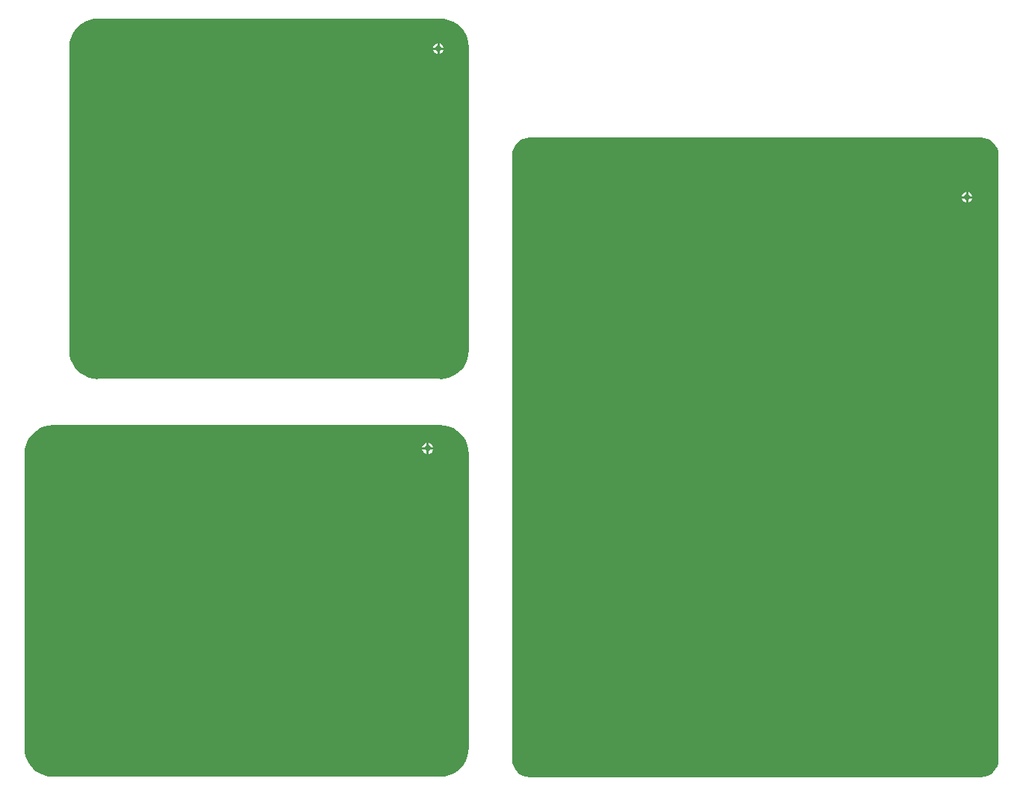
<source format=gbl>
G04*
G04 #@! TF.GenerationSoftware,Altium Limited,Altium Designer,22.11.1 (43)*
G04*
G04 Layer_Physical_Order=2*
G04 Layer_Color=16711680*
%FSLAX44Y44*%
%MOMM*%
G71*
G04*
G04 #@! TF.SameCoordinates,63F1A2F7-16B8-44B3-AA34-CB54DD539490*
G04*
G04*
G04 #@! TF.FilePolarity,Positive*
G04*
G01*
G75*
%ADD42C,0.7000*%
G36*
X506760Y889380D02*
X511744Y888183D01*
X516479Y886221D01*
X520849Y883543D01*
X524747Y880215D01*
X528075Y876317D01*
X530754Y871947D01*
X532715Y867212D01*
X533912Y862228D01*
X534300Y857293D01*
X534277Y857118D01*
Y513710D01*
X534300Y513535D01*
X533912Y508600D01*
X532715Y503616D01*
X530754Y498881D01*
X528075Y494511D01*
X524747Y490613D01*
X520849Y487285D01*
X516479Y484606D01*
X511744Y482645D01*
X506760Y481448D01*
X501825Y481060D01*
X501650Y481083D01*
X113660D01*
X113485Y481060D01*
X108550Y481448D01*
X103566Y482645D01*
X98831Y484606D01*
X94461Y487285D01*
X90563Y490613D01*
X87234Y494511D01*
X84556Y498881D01*
X82595Y503616D01*
X81398Y508600D01*
X81053Y512990D01*
X81165Y513842D01*
X81165Y513842D01*
Y857118D01*
X81142Y857293D01*
X81530Y862228D01*
X82727Y867212D01*
X84689Y871947D01*
X87367Y876317D01*
X90695Y880215D01*
X94593Y883543D01*
X98963Y886221D01*
X103698Y888183D01*
X108682Y889380D01*
X113535Y889761D01*
X113660Y889745D01*
X501650D01*
X501825Y889768D01*
X506760Y889380D01*
D02*
G37*
G36*
X1118739Y754502D02*
X1122503Y753360D01*
X1125972Y751506D01*
X1129013Y749011D01*
X1131508Y745970D01*
X1133362Y742501D01*
X1134504Y738737D01*
X1134877Y734946D01*
X1134861Y734822D01*
Y49766D01*
X1134861Y49766D01*
X1134861D01*
X1134768Y48534D01*
X1134504Y45851D01*
X1133362Y42087D01*
X1131508Y38618D01*
X1129013Y35577D01*
X1125972Y33082D01*
X1122503Y31228D01*
X1118739Y30086D01*
X1114947Y29713D01*
X1114824Y29729D01*
X603269D01*
X603268Y29729D01*
X603152Y29714D01*
X599371Y30086D01*
X595607Y31228D01*
X592138Y33082D01*
X589097Y35577D01*
X586602Y38618D01*
X584748Y42087D01*
X583606Y45851D01*
X583232Y49653D01*
X583249Y49784D01*
Y734822D01*
X583232Y734946D01*
X583606Y738737D01*
X584748Y742501D01*
X586602Y745970D01*
X589097Y749011D01*
X592138Y751506D01*
X595607Y753360D01*
X599371Y754502D01*
X603163Y754876D01*
X603286Y754859D01*
X1114824D01*
X1114947Y754876D01*
X1118739Y754502D01*
D02*
G37*
G36*
X506760Y428370D02*
X511744Y427173D01*
X516479Y425211D01*
X520849Y422533D01*
X524747Y419205D01*
X528075Y415307D01*
X530754Y410937D01*
X532715Y406202D01*
X533912Y401218D01*
X534300Y396283D01*
X534277Y396108D01*
X534277Y66040D01*
X534486Y64450D01*
X534277Y62860D01*
X534277D01*
X534311Y62823D01*
X533912Y57750D01*
X532715Y52766D01*
X530754Y48031D01*
X528075Y43661D01*
X524747Y39763D01*
X520849Y36435D01*
X516479Y33756D01*
X511744Y31795D01*
X506760Y30598D01*
X501825Y30210D01*
X501650Y30233D01*
X62860D01*
X62685Y30210D01*
X57750Y30598D01*
X52766Y31795D01*
X48031Y33756D01*
X43661Y36435D01*
X39763Y39763D01*
X36435Y43661D01*
X33756Y48031D01*
X31795Y52766D01*
X30598Y57750D01*
X30259Y62058D01*
X30365Y62860D01*
X30365Y396108D01*
X30342Y396283D01*
X30730Y401218D01*
X31927Y406202D01*
X33888Y410937D01*
X36567Y415307D01*
X39895Y419205D01*
X43793Y422533D01*
X48163Y425211D01*
X52898Y427173D01*
X57882Y428370D01*
X62817Y428758D01*
X62992Y428735D01*
X501650D01*
X501825Y428758D01*
X506760Y428370D01*
D02*
G37*
%LPC*%
G36*
X500961Y861664D02*
Y856923D01*
X505703D01*
X504812Y859074D01*
X503113Y860773D01*
X500961Y861664D01*
D02*
G37*
G36*
X498421D02*
X496270Y860773D01*
X494571Y859074D01*
X493680Y856923D01*
X498421D01*
Y861664D01*
D02*
G37*
G36*
X505703Y854383D02*
X500961D01*
Y849641D01*
X503113Y850532D01*
X504812Y852231D01*
X505703Y854383D01*
D02*
G37*
G36*
X498421D02*
X493680D01*
X494571Y852231D01*
X496270Y850532D01*
X498421Y849641D01*
Y854383D01*
D02*
G37*
G36*
X1100600Y693064D02*
Y688322D01*
X1105342D01*
X1104450Y690473D01*
X1102751Y692173D01*
X1100600Y693064D01*
D02*
G37*
G36*
X1098060D02*
X1095909Y692173D01*
X1094210Y690473D01*
X1093318Y688322D01*
X1098060D01*
Y693064D01*
D02*
G37*
G36*
X1105342Y685782D02*
X1100600D01*
Y681040D01*
X1102751Y681932D01*
X1104450Y683631D01*
X1105342Y685782D01*
D02*
G37*
G36*
X1098060D02*
X1093318D01*
X1094210Y683631D01*
X1095909Y681932D01*
X1098060Y681040D01*
Y685782D01*
D02*
G37*
G36*
X488696Y408348D02*
Y403606D01*
X493438D01*
X492547Y405757D01*
X490847Y407457D01*
X488696Y408348D01*
D02*
G37*
G36*
X486156D02*
X484005Y407457D01*
X482305Y405757D01*
X481414Y403606D01*
X486156D01*
Y408348D01*
D02*
G37*
G36*
X493438Y401066D02*
X488696D01*
Y396324D01*
X490847Y397215D01*
X492547Y398915D01*
X493438Y401066D01*
D02*
G37*
G36*
X486156D02*
X481414D01*
X482305Y398915D01*
X484005Y397215D01*
X486156Y396324D01*
Y401066D01*
D02*
G37*
%LPD*%
D42*
X499691Y855653D02*
D03*
X487426Y402336D02*
D03*
X1099330Y687052D02*
D03*
M02*

</source>
